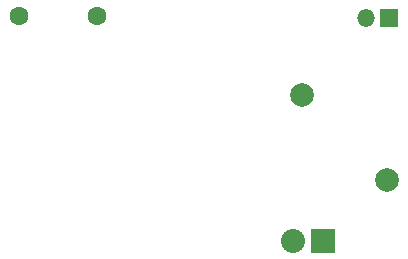
<source format=gbs>
G04 #@! TF.FileFunction,Soldermask,Bot*
%FSLAX46Y46*%
G04 Gerber Fmt 4.6, Leading zero omitted, Abs format (unit mm)*
G04 Created by KiCad (PCBNEW 0.201503210816+5526~22~ubuntu14.10.1-product) date Mon 23 Mar 2015 01:39:21 PM EDT*
%MOMM*%
G01*
G04 APERTURE LIST*
%ADD10C,0.100000*%
%ADD11R,2.032000X2.032000*%
%ADD12O,2.032000X2.032000*%
%ADD13C,1.600000*%
%ADD14R,1.500000X1.500000*%
%ADD15O,1.500000X1.500000*%
%ADD16C,1.998980*%
G04 APERTURE END LIST*
D10*
D11*
X175006000Y-117703600D03*
D12*
X172466000Y-117703600D03*
D13*
X155868760Y-98643440D03*
X149268760Y-98643440D03*
D14*
X180594000Y-98806000D03*
D15*
X178594000Y-98806000D03*
D16*
X173191898Y-105373898D03*
X180376102Y-112558102D03*
M02*

</source>
